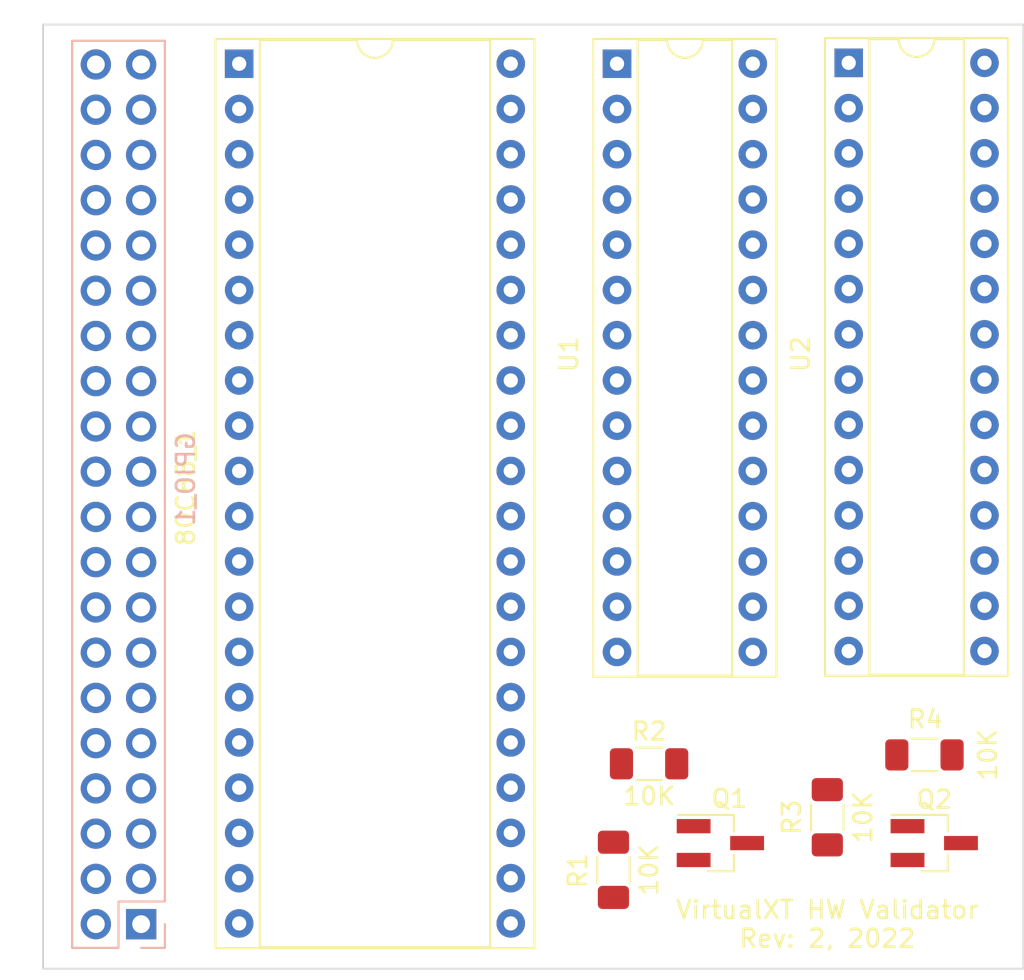
<source format=kicad_pcb>
(kicad_pcb (version 20211014) (generator pcbnew)
  (layers (0 "F.Cu" signal) (31 "B.Cu" signal) (34 "B.Paste" user) (35 "F.Paste" user) (36 "B.SilkS" user "B.Silkscreen") (37 "F.SilkS" user "F.Silkscreen") (38 "B.Mask" user) (39 "F.Mask" user) (44 "Edge.Cuts" user))
  (net 0 "")
  (net 1 "Net-(80C88_1-Pad1)")
  (net 2 "Net-(80C88_1-Pad2)")
  (net 3 "Net-(80C88_1-Pad3)")
  (net 4 "Net-(80C88_1-Pad4)")
  (net 5 "Net-(80C88_1-Pad5)")
  (net 6 "Net-(80C88_1-Pad6)")
  (net 7 "Net-(80C88_1-Pad7)")
  (net 8 "Net-(80C88_1-Pad8)")
  (net 9 "Net-(80C88_1-Pad9)")
  (net 10 "Net-(80C88_1-Pad10)")
  (net 11 "Net-(80C88_1-Pad11)")
  (net 12 "Net-(80C88_1-Pad12)")
  (net 13 "Net-(80C88_1-Pad13)")
  (net 14 "Net-(80C88_1-Pad14)")
  (net 15 "Net-(80C88_1-Pad15)")
  (net 16 "Net-(80C88_1-Pad16)")
  (net 17 "Net-(80C88_1-Pad19)")
  (net 18 "Net-(80C88_1-Pad21)")
  (net 19 "/lv_shift/HV")
  (net 20 "Net-(80C88_1-Pad23)")
  (net 22 "Net-(80C88_1-Pad25)")
  (net 25 "Net-(80C88_1-Pad28)")
  (net 26 "Net-(80C88_1-Pad29)")
  (net 28 "Net-(80C88_1-Pad32)")
  (net 29 "Net-(80C88_1-Pad34)")
  (net 30 "Net-(80C88_1-Pad35)")
  (net 31 "Net-(80C88_1-Pad36)")
  (net 32 "Net-(80C88_1-Pad37)")
  (net 33 "Net-(80C88_1-Pad38)")
  (net 34 "Net-(80C88_1-Pad39)")
  (net 35 "/lv_shift/LV")
  (net 53 "/lv_shift/LVD1")
  (net 54 "/lv_shift/LVD2")
  (net 64 "/lv_shift/HVD1")
  (net 65 "/lv_shift/HVD2")
  (footprint "Package_TO_SOT_SMD:SOT-23_Handsoldering" (layer "F.Cu") (at 143 119.95)
    (fp_text reference "Q1" (at 0.5 -2.5) (layer "F.SilkS"))
    (fp_text value "BSS138")
    (fp_line (start 0.76 -1.58) (end 0.76 -0.65) (layer "F.SilkS") (width 0.12))
    (fp_line (start 0.76 -1.58) (end -2.4 -1.58) (layer "F.SilkS") (width 0.12))
    (fp_line (start 0.76 1.58) (end 0.76 0.65) (layer "F.SilkS") (width 0.12))
    (fp_line (start 0.76 1.58) (end -0.7 1.58) (layer "F.SilkS") (width 0.12))
    (pad "1" smd rect (at -1.5 -0.95) (size 1.9 0.8) (layers "F.Cu" "F.Paste" "F.Mask") (net 35 "/lv_shift/LV"))
    (pad "2" smd rect (at -1.5 0.95) (size 1.9 0.8) (layers "F.Cu" "F.Paste" "F.Mask") (net 53 "/lv_shift/LVD1"))
    (pad "3" smd rect (at 1.5 0) (size 1.9 0.8) (layers "F.Cu" "F.Paste" "F.Mask") (net 64 "/lv_shift/HVD1"))
  )
  (footprint "Package_DIP:DIP-28_W7.62mm_Socket" (layer "F.Cu") (at 150.2 76.15)
    (fp_text reference "U2" (at -2.7 16.35 90) (layer "F.SilkS"))
    (fp_text value "MCP23017_SP")
    (fp_line (start 8.95 -1.39) (end -1.33 -1.39) (layer "F.SilkS") (width 0.12))
    (fp_line (start 8.95 34.41) (end 8.95 -1.39) (layer "F.SilkS") (width 0.12))
    (fp_line (start 6.46 34.35) (end 6.46 -1.33) (layer "F.SilkS") (width 0.12))
    (fp_line (start 2.81 -1.33) (end 1.16 -1.33) (layer "F.SilkS") (width 0.12))
    (fp_line (start -1.33 -1.39) (end -1.33 34.41) (layer "F.SilkS") (width 0.12))
    (fp_line (start 1.16 34.35) (end 6.46 34.35) (layer "F.SilkS") (width 0.12))
    (fp_line (start -1.33 34.41) (end 8.95 34.41) (layer "F.SilkS") (width 0.12))
    (fp_line (start 1.16 -1.33) (end 1.16 34.35) (layer "F.SilkS") (width 0.12))
    (fp_line (start 6.46 -1.33) (end 4.81 -1.33) (layer "F.SilkS") (width 0.12))
    (fp_arc (start 4.81 -1.33) (mid 3.81 -0.33) (end 2.81 -1.33) (layer "F.SilkS") (width 0.12))
    (pad "1" thru_hole rect (at 0 0) (size 1.6 1.6) (drill 0.8) (layers *.Cu *.Mask) (net 16 "Net-(80C88_1-Pad16)"))
    (pad "2" thru_hole oval (at 0 2.54) (size 1.6 1.6) (drill 0.8) (layers *.Cu *.Mask) (net 15 "Net-(80C88_1-Pad15)"))
    (pad "3" thru_hole oval (at 0 5.08) (size 1.6 1.6) (drill 0.8) (layers *.Cu *.Mask) (net 14 "Net-(80C88_1-Pad14)"))
    (pad "4" thru_hole oval (at 0 7.62) (size 1.6 1.6) (drill 0.8) (layers *.Cu *.Mask) (net 13 "Net-(80C88_1-Pad13)"))
    (pad "5" thru_hole oval (at 0 10.16) (size 1.6 1.6) (drill 0.8) (layers *.Cu *.Mask) (net 12 "Net-(80C88_1-Pad12)"))
    (pad "6" thru_hole oval (at 0 12.7) (size 1.6 1.6) (drill 0.8) (layers *.Cu *.Mask) (net 11 "Net-(80C88_1-Pad11)"))
    (pad "7" thru_hole oval (at 0 15.24) (size 1.6 1.6) (drill 0.8) (layers *.Cu *.Mask) (net 10 "Net-(80C88_1-Pad10)"))
    (pad "8" thru_hole oval (at 0 17.78) (size 1.6 1.6) (drill 0.8) (layers *.Cu *.Mask) (net 9 "Net-(80C88_1-Pad9)"))
    (pad "9" thru_hole oval (at 0 20.32) (size 1.6 1.6) (drill 0.8) (layers *.Cu *.Mask) (net 19 "/lv_shift/HV"))
    (pad "10" thru_hole oval (at 0 22.86) (size 1.6 1.6) (drill 0.8) (layers *.Cu *.Mask) (net 1 "Net-(80C88_1-Pad1)"))
    (pad "11" thru_hole oval (at 0 25.4) (size 1.6 1.6) (drill 0.8) (layers *.Cu *.Mask))
    (pad "12" thru_hole oval (at 0 27.94) (size 1.6 1.6) (drill 0.8) (layers *.Cu *.Mask) (net 65 "/lv_shift/HVD2"))
    (pad "13" thru_hole oval (at 0 30.48) (size 1.6 1.6) (drill 0.8) (layers *.Cu *.Mask) (net 64 "/lv_shift/HVD1"))
    (pad "14" thru_hole oval (at 0 33.02) (size 1.6 1.6) (drill 0.8) (layers *.Cu *.Mask))
    (pad "15" thru_hole oval (at 7.62 33.02) (size 1.6 1.6) (drill 0.8) (layers *.Cu *.Mask) (net 1 "Net-(80C88_1-Pad1)"))
    (pad "16" thru_hole oval (at 7.62 30.48) (size 1.6 1.6) (drill 0.8) (layers *.Cu *.Mask) (net 1 "Net-(80C88_1-Pad1)"))
    (pad "17" thru_hole oval (at 7.62 27.94) (size 1.6 1.6) (drill 0.8) (layers *.Cu *.Mask) (net 1 "Net-(80C88_1-Pad1)"))
    (pad "18" thru_hole oval (at 7.62 25.4) (size 1.6 1.6) (drill 0.8) (layers *.Cu *.Mask))
    (pad "19" thru_hole oval (at 7.62 22.86) (size 1.6 1.6) (drill 0.8) (layers *.Cu *.Mask))
    (pad "20" thru_hole oval (at 7.62 20.32) (size 1.6 1.6) (drill 0.8) (layers *.Cu *.Mask))
    (pad "21" thru_hole oval (at 7.62 17.78) (size 1.6 1.6) (drill 0.8) (layers *.Cu *.Mask) (net 8 "Net-(80C88_1-Pad8)"))
    (pad "22" thru_hole oval (at 7.62 15.24) (size 1.6 1.6) (drill 0.8) (layers *.Cu *.Mask) (net 7 "Net-(80C88_1-Pad7)"))
    (pad "23" thru_hole oval (at 7.62 12.7) (size 1.6 1.6) (drill 0.8) (layers *.Cu *.Mask) (net 6 "Net-(80C88_1-Pad6)"))
    (pad "24" thru_hole oval (at 7.62 10.16) (size 1.6 1.6) (drill 0.8) (layers *.Cu *.Mask) (net 5 "Net-(80C88_1-Pad5)"))
    (pad "25" thru_hole oval (at 7.62 7.62) (size 1.6 1.6) (drill 0.8) (layers *.Cu *.Mask) (net 4 "Net-(80C88_1-Pad4)"))
    (pad "26" thru_hole oval (at 7.62 5.08) (size 1.6 1.6) (drill 0.8) (layers *.Cu *.Mask) (net 3 "Net-(80C88_1-Pad3)"))
    (pad "27" thru_hole oval (at 7.62 2.54) (size 1.6 1.6) (drill 0.8) (layers *.Cu *.Mask) (net 2 "Net-(80C88_1-Pad2)"))
    (pad "28" thru_hole oval (at 7.62 0) (size 1.6 1.6) (drill 0.8) (layers *.Cu *.Mask) (net 34 "Net-(80C88_1-Pad39)"))
  )
  (footprint "Resistor_SMD:R_1206_3216Metric_Pad1.30x1.75mm_HandSolder" (layer "F.Cu") (at 139 115.5)
    (fp_text reference "R2" (at 0 -1.82) (layer "F.SilkS"))
    (fp_text value "10K" (at 0 1.82) (layer "F.SilkS"))
    (fp_line (start -0.727064 0.91) (end 0.727064 0.91) (layer "F.SilkS") (width 0.12))
    (fp_line (start -0.727064 -0.91) (end 0.727064 -0.91) (layer "F.SilkS") (width 0.12))
    (pad "1" smd roundrect (at -1.55 0) (size 1.3 1.75) (layers "F.Cu" "F.Paste" "F.Mask") (roundrect_rratio 0.192308) (net 19 "/lv_shift/HV"))
    (pad "2" smd roundrect (at 1.55 0) (size 1.3 1.75) (layers "F.Cu" "F.Paste" "F.Mask") (roundrect_rratio 0.192308) (net 64 "/lv_shift/HVD1"))
  )
  (footprint "Package_TO_SOT_SMD:SOT-23_Handsoldering" (layer "F.Cu") (at 155 119.95)
    (fp_text reference "Q2" (at 0 -2.45) (layer "F.SilkS"))
    (fp_text value "BSS138")
    (fp_line (start 0.76 -1.58) (end -2.4 -1.58) (layer "F.SilkS") (width 0.12))
    (fp_line (start 0.76 -1.58) (end 0.76 -0.65) (layer "F.SilkS") (width 0.12))
    (fp_line (start 0.76 1.58) (end 0.76 0.65) (layer "F.SilkS") (width 0.12))
    (fp_line (start 0.76 1.58) (end -0.7 1.58) (layer "F.SilkS") (width 0.12))
    (pad "1" smd rect (at -1.5 -0.95) (size 1.9 0.8) (layers "F.Cu" "F.Paste" "F.Mask") (net 35 "/lv_shift/LV"))
    (pad "2" smd rect (at -1.5 0.95) (size 1.9 0.8) (layers "F.Cu" "F.Paste" "F.Mask") (net 54 "/lv_shift/LVD2"))
    (pad "3" smd rect (at 1.5 0) (size 1.9 0.8) (layers "F.Cu" "F.Paste" "F.Mask") (net 65 "/lv_shift/HVD2"))
  )
  (footprint "Package_DIP:DIP-40_W15.24mm_Socket" (layer "F.Cu") (at 116 76.2)
    (fp_text reference "80C88_1" (at -3 23.8 90) (layer "F.SilkS"))
    (fp_text value "8088_Min_Mode")
    (fp_line (start 14.08 -1.33) (end 8.62 -1.33) (layer "F.SilkS") (width 0.12))
    (fp_line (start -1.33 49.65) (end 16.57 49.65) (layer "F.SilkS") (width 0.12))
    (fp_line (start -1.33 -1.39) (end -1.33 49.65) (layer "F.SilkS") (width 0.12))
    (fp_line (start 16.57 49.65) (end 16.57 -1.39) (layer "F.SilkS") (width 0.12))
    (fp_line (start 14.08 49.59) (end 14.08 -1.33) (layer "F.SilkS") (width 0.12))
    (fp_line (start 16.57 -1.39) (end -1.33 -1.39) (layer "F.SilkS") (width 0.12))
    (fp_line (start 6.62 -1.33) (end 1.16 -1.33) (layer "F.SilkS") (width 0.12))
    (fp_line (start 1.16 49.59) (end 14.08 49.59) (layer "F.SilkS") (width 0.12))
    (fp_line (start 1.16 -1.33) (end 1.16 49.59) (layer "F.SilkS") (width 0.12))
    (fp_arc (start 8.62 -1.33) (mid 7.62 -0.33) (end 6.62 -1.33) (layer "F.SilkS") (width 0.12))
    (pad "1" thru_hole rect (at 0 0) (size 1.6 1.6) (drill 0.8) (layers *.Cu *.Mask) (net 1 "Net-(80C88_1-Pad1)"))
    (pad "2" thru_hole oval (at 0 2.54) (size 1.6 1.6) (drill 0.8) (layers *.Cu *.Mask) (net 2 "Net-(80C88_1-Pad2)"))
    (pad "3" thru_hole oval (at 0 5.08) (size 1.6 1.6) (drill 0.8) (layers *.Cu *.Mask) (net 3 "Net-(80C88_1-Pad3)"))
    (pad "4" thru_hole oval (at 0 7.62) (size 1.6 1.6) (drill 0.8) (layers *.Cu *.Mask) (net 4 "Net-(80C88_1-Pad4)"))
    (pad "5" thru_hole oval (at 0 10.16) (size 1.6 1.6) (drill 0.8) (layers *.Cu *.Mask) (net 5 "Net-(80C88_1-Pad5)"))
    (pad "6" thru_hole oval (at 0 12.7) (size 1.6 1.6) (drill 0.8) (layers *.Cu *.Mask) (net 6 "Net-(80C88_1-Pad6)"))
    (pad "7" thru_hole oval (at 0 15.24) (size 1.6 1.6) (drill 0.8) (layers *.Cu *.Mask) (net 7 "Net-(80C88_1-Pad7)"))
    (pad "8" thru_hole oval (at 0 17.78) (size 1.6 1.6) (drill 0.8) (layers *.Cu *.Mask) (net 8 "Net-(80C88_1-Pad8)"))
    (pad "9" thru_hole oval (at 0 20.32) (size 1.6 1.6) (drill 0.8) (layers *.Cu *.Mask) (net 9 "Net-(80C88_1-Pad9)"))
    (pad "10" thru_hole oval (at 0 22.86) (size 1.6 1.6) (drill 0.8) (layers *.Cu *.Mask) (net 10 "Net-(80C88_1-Pad10)"))
    (pad "11" thru_hole oval (at 0 25.4) (size 1.6 1.6) (drill 0.8) (layers *.Cu *.Mask) (net 11 "Net-(80C88_1-Pad11)"))
    (pad "12" thru_hole oval (at 0 27.94) (size 1.6 1.6) (drill 0.8) (layers *.Cu *.Mask) (net 12 "Net-(80C88_1-Pad12)"))
    (pad "13" thru_hole oval (at 0 30.48) (size 1.6 1.6) (drill 0.8) (layers *.Cu *.Mask) (net 13 "Net-(80C88_1-Pad13)"))
    (pad "14" thru_hole oval (at 0 33.02) (size 1.6 1.6) (drill 0.8) (layers *.Cu *.Mask) (net 14 "Net-(80C88_1-Pad14)"))
    (pad "15" thru_hole oval (at 0 35.56) (size 1.6 1.6) (drill 0.8) (layers *.Cu *.Mask) (net 15 "Net-(80C88_1-Pad15)"))
    (pad "16" thru_hole oval (at 0 38.1) (size 1.6 1.6) (drill 0.8) (layers *.Cu *.Mask) (net 16 "Net-(80C88_1-Pad16)"))
    (pad "17" thru_hole oval (at 0 40.64) (size 1.6 1.6) (drill 0.8) (layers *.Cu *.Mask) (net 1 "Net-(80C88_1-Pad1)"))
    (pad "18" thru_hole oval (at 0 43.18) (size 1.6 1.6) (drill 0.8) (layers *.Cu *.Mask) (net 1 "Net-(80C88_1-Pad1)"))
    (pad "19" thru_hole oval (at 0 45.72) (size 1.6 1.6) (drill 0.8) (layers *.Cu *.Mask) (net 17 "Net-(80C88_1-Pad19)"))
    (pad "20" thru_hole oval (at 0 48.26) (size 1.6 1.6) (drill 0.8) (layers *.Cu *.Mask) (net 1 "Net-(80C88_1-Pad1)"))
    (pad "21" thru_hole oval (at 15.24 48.26) (size 1.6 1.6) (drill 0.8) (layers *.Cu *.Mask) (net 18 "Net-(80C88_1-Pad21)"))
    (pad "22" thru_hole oval (at 15.24 45.72) (size 1.6 1.6) (drill 0.8) (layers *.Cu *.Mask) (net 19 "/lv_shift/HV"))
    (pad "23" thru_hole oval (at 15.24 43.18) (size 1.6 1.6) (drill 0.8) (layers *.Cu *.Mask) (net 20 "Net-(80C88_1-Pad23)"))
    (pad "24" thru_hole oval (at 15.24 40.64) (size 1.6 1.6) (drill 0.8) (layers *.Cu *.Mask))
    (pad "25" thru_hole oval (at 15.24 38.1) (size 1.6 1.6) (drill 0.8) (layers *.Cu *.Mask) (net 22 "Net-(80C88_1-Pad25)"))
    (pad "26" thru_hole oval (at 15.24 35.56) (size 1.6 1.6) (drill 0.8) (layers *.Cu *.Mask))
    (pad "27" thru_hole oval (at 15.24 33.02) (size 1.6 1.6) (drill 0.8) (layers *.Cu *.Mask))
    (pad "28" thru_hole oval (at 15.24 30.48) (size 1.6 1.6) (drill 0.8) (layers *.Cu *.Mask) (net 25 "Net-(80C88_1-Pad28)"))
    (pad "29" thru_hole oval (at 15.24 27.94) (size 1.6 1.6) (drill 0.8) (layers *.Cu *.Mask) (net 26 "Net-(80C88_1-Pad29)"))
    (pad "30" thru_hole oval (at 15.24 25.4) (size 1.6 1.6) (drill 0.8) (layers *.Cu *.Mask))
    (pad "31" thru_hole oval (at 15.24 22.86) (size 1.6 1.6) (drill 0.8) (layers *.Cu *.Mask) (net 1 "Net-(80C88_1-Pad1)"))
    (pad "32" thru_hole oval (at 15.24 20.32) (size 1.6 1.6) (drill 0.8) (layers *.Cu *.Mask) (net 28 "Net-(80C88_1-Pad32)"))
    (pad "33" thru_hole oval (at 15.24 17.78) (size 1.6 1.6) (drill 0.8) (layers *.Cu *.Mask) (net 19 "/lv_shift/HV"))
    (pad "34" thru_hole oval (at 15.24 15.24) (size 1.6 1.6) (drill 0.8) (layers *.Cu *.Mask) (net 29 "Net-(80C88_1-Pad34)"))
    (pad "35" thru_hole oval (at 15.24 12.7) (size 1.6 1.6) (drill 0.8) (layers *.Cu *.Mask) (net 30 "Net-(80C88_1-Pad35)"))
    (pad "36" thru_hole oval (at 15.24 10.16) (size 1.6 1.6) (drill 0.8) (layers *.Cu *.Mask) (net 31 "Net-(80C88_1-Pad36)"))
    (pad "37" thru_hole oval (at 15.24 7.62) (size 1.6 1.6) (drill 0.8) (layers *.Cu *.Mask) (net 32 "Net-(80C88_1-Pad37)"))
    (pad "38" thru_hole oval (at 15.24 5.08) (size 1.6 1.6) (drill 0.8) (layers *.Cu *.Mask) (net 33 "Net-(80C88_1-Pad38)"))
    (pad "39" thru_hole oval (at 15.24 2.54) (size 1.6 1.6) (drill 0.8) (layers *.Cu *.Mask) (net 34 "Net-(80C88_1-Pad39)"))
    (pad "40" thru_hole oval (at 15.24 0) (size 1.6 1.6) (drill 0.8) (layers *.Cu *.Mask) (net 19 "/lv_shift/HV"))
  )
  (footprint "Resistor_SMD:R_1206_3216Metric_Pad1.30x1.75mm_HandSolder" (layer "F.Cu") (at 137 121.45 -90)
    (fp_text reference "R1" (at 0.05 2 -90) (layer "F.SilkS"))
    (fp_text value "10K" (at 0 -2 -90) (layer "F.SilkS"))
    (fp_line (start -0.727064 0.91) (end 0.727064 0.91) (layer "F.SilkS") (width 0.12))
    (fp_line (start -0.727064 -0.91) (end 0.727064 -0.91) (layer "F.SilkS") (width 0.12))
    (pad "1" smd roundrect (at -1.55 0 270) (size 1.3 1.75) (layers "F.Cu" "F.Paste" "F.Mask") (roundrect_rratio 0.192308) (net 35 "/lv_shift/LV"))
    (pad "2" smd roundrect (at 1.55 0 270) (size 1.3 1.75) (layers "F.Cu" "F.Paste" "F.Mask") (roundrect_rratio 0.192308) (net 53 "/lv_shift/LVD1"))
  )
  (footprint "Package_DIP:DIP-28_W7.62mm_Socket" (layer "F.Cu") (at 137.2 76.2)
    (fp_text reference "U1" (at -2.7 16.3 90) (layer "F.SilkS"))
    (fp_text value "MCP23017_SP")
    (fp_line (start 1.16 -1.33) (end 1.16 34.35) (layer "F.SilkS") (width 0.12))
    (fp_line (start 6.46 34.35) (end 6.46 -1.33) (layer "F.SilkS") (width 0.12))
    (fp_line (start 8.95 34.41) (end 8.95 -1.39) (layer "F.SilkS") (width 0.12))
    (fp_line (start -1.33 34.41) (end 8.95 34.41) (layer "F.SilkS") (width 0.12))
    (fp_line (start 2.81 -1.33) (end 1.16 -1.33) (layer "F.SilkS") (width 0.12))
    (fp_line (start -1.33 -1.39) (end -1.33 34.41) (layer "F.SilkS") (width 0.12))
    (fp_line (start 1.16 34.35) (end 6.46 34.35) (layer "F.SilkS") (width 0.12))
    (fp_line (start 8.95 -1.39) (end -1.33 -1.39) (layer "F.SilkS") (width 0.12))
    (fp_line (start 6.46 -1.33) (end 4.81 -1.33) (layer "F.SilkS") (width 0.12))
    (fp_arc (start 4.81 -1.33) (mid 3.81 -0.33) (end 2.81 -1.33) (layer "F.SilkS") (width 0.12))
    (pad "1" thru_hole rect (at 0 0) (size 1.6 1.6) (drill 0.8) (layers *.Cu *.Mask) (net 33 "Net-(80C88_1-Pad38)"))
    (pad "2" thru_hole oval (at 0 2.54) (size 1.6 1.6) (drill 0.8) (layers *.Cu *.Mask) (net 32 "Net-(80C88_1-Pad37)"))
    (pad "3" thru_hole oval (at 0 5.08) (size 1.6 1.6) (drill 0.8) (layers *.Cu *.Mask) (net 31 "Net-(80C88_1-Pad36)"))
    (pad "4" thru_hole oval (at 0 7.62) (size 1.6 1.6) (drill 0.8) (layers *.Cu *.Mask) (net 30 "Net-(80C88_1-Pad35)"))
    (pad "5" thru_hole oval (at 0 10.16) (size 1.6 1.6) (drill 0.8) (layers *.Cu *.Mask) (net 17 "Net-(80C88_1-Pad19)"))
    (pad "6" thru_hole oval (at 0 12.7) (size 1.6 1.6) (drill 0.8) (layers *.Cu *.Mask) (net 18 "Net-(80C88_1-Pad21)"))
    (pad "7" thru_hole oval (at 0 15.24) (size 1.6 1.6) (drill 0.8) (layers *.Cu *.Mask) (net 22 "Net-(80C88_1-Pad25)"))
    (pad "8" thru_hole oval (at 0 17.78) (size 1.6 1.6) (drill 0.8) (layers *.Cu *.Mask) (net 20 "Net-(80C88_1-Pad23)"))
    (pad "9" thru_hole oval (at 0 20.32) (size 1.6 1.6) (drill 0.8) (layers *.Cu *.Mask) (net 19 "/lv_shift/HV"))
    (pad "10" thru_hole oval (at 0 22.86) (size 1.6 1.6) (drill 0.8) (layers *.Cu *.Mask) (net 1 "Net-(80C88_1-Pad1)"))
    (pad "11" thru_hole oval (at 0 25.4) (size 1.6 1.6) (drill 0.8) (layers *.Cu *.Mask))
    (pad "12" thru_hole oval (at 0 27.94) (size 1.6 1.6) (drill 0.8) (layers *.Cu *.Mask) (net 65 "/lv_shift/HVD2"))
    (pad "13" thru_hole oval (at 0 30.48) (size 1.6 1.6) (drill 0.8) (layers *.Cu *.Mask) (net 64 "/lv_shift/HVD1"))
    (pad "14" thru_hole oval (at 0 33.02) (size 1.6 1.6) (drill 0.8) (layers *.Cu *.Mask))
    (pad "15" thru_hole oval (at 7.62 33.02) (size 1.6 1.6) (drill 0.8) (layers *.Cu *.Mask) (net 19 "/lv_shift/HV"))
    (pad "16" thru_hole oval (at 7.62 30.48) (size 1.6 1.6) (drill 0.8) (layers *.Cu *.Mask) (net 1 "Net-(80C88_1-Pad1)"))
    (pad "17" thru_hole oval (at 7.62 27.94) (size 1.6 1.6) (drill 0.8) (layers *.Cu *.Mask) (net 1 "Net-(80C88_1-Pad1)"))
    (pad "18" thru_hole oval (at 7.62 25.4) (size 1.6 1.6) (drill 0.8) (layers *.Cu *.Mask))
    (pad "19" thru_hole oval (at 7.62 22.86) (size 1.6 1.6) (drill 0.8) (layers *.Cu *.Mask))
    (pad "20" thru_hole oval (at 7.62 20.32) (size 1.6 1.6) (drill 0.8) (layers *.Cu *.Mask))
    (pad "21" thru_hole oval (at 7.62 17.78) (size 1.6 1.6) (drill 0.8) (layers *.Cu *.Mask) (net 29 "Net-(80C88_1-Pad34)"))
    (pad "22" thru_hole oval (at 7.62 15.24) (size 1.6 1.6) (drill 0.8) (layers *.Cu *.Mask) (net 25 "Net-(80C88_1-Pad28)"))
    (pad "23" thru_hole oval (at 7.62 12.7) (size 1.6 1.6) (drill 0.8) (layers *.Cu *.Mask) (net 26 "Net-(80C88_1-Pad29)"))
    (pad "24" thru_hole oval (at 7.62 10.16) (size 1.6 1.6) (drill 0.8) (layers *.Cu *.Mask) (net 28 "Net-(80C88_1-Pad32)"))
    (pad "25" thru_hole oval (at 7.62 7.62) (size 1.6 1.6) (drill 0.8) (layers *.Cu *.Mask))
    (pad "26" thru_hole oval (at 7.62 5.08) (size 1.6 1.6) (drill 0.8) (layers *.Cu *.Mask))
    (pad "27" thru_hole oval (at 7.62 2.54) (size 1.6 1.6) (drill 0.8) (layers *.Cu *.Mask))
    (pad "28" thru_hole oval (at 7.62 0) (size 1.6 1.6) (drill 0.8) (layers *.Cu *.Mask))
  )
  (footprint "Resistor_SMD:R_1206_3216Metric_Pad1.30x1.75mm_HandSolder" (layer "F.Cu") (at 149 118.5 -90)
    (fp_text reference "R3" (at 0 2 -90) (layer "F.SilkS"))
    (fp_text value "10K" (at 0 -2 -90) (layer "F.SilkS"))
    (fp_line (start -0.727064 0.91) (end 0.727064 0.91) (layer "F.SilkS") (width 0.12))
    (fp_line (start -0.727064 -0.91) (end 0.727064 -0.91) (layer "F.SilkS") (width 0.12))
    (pad "1" smd roundrect (at -1.55 0 270) (size 1.3 1.75) (layers "F.Cu" "F.Paste" "F.Mask") (roundrect_rratio 0.192308) (net 35 "/lv_shift/LV"))
    (pad "2" smd roundrect (at 1.55 0 270) (size 1.3 1.75) (layers "F.Cu" "F.Paste" "F.Mask") (roundrect_rratio 0.192308) (net 54 "/lv_shift/LVD2"))
  )
  (footprint "Resistor_SMD:R_1206_3216Metric_Pad1.30x1.75mm_HandSolder" (layer "F.Cu") (at 154.45 115)
    (fp_text reference "R4" (at 0.05 -2 180) (layer "F.SilkS"))
    (fp_text value "10K" (at 3.55 0 90) (layer "F.SilkS"))
    (fp_line (start -0.727064 0.91) (end 0.727064 0.91) (layer "F.SilkS") (width 0.12))
    (fp_line (start -0.727064 -0.91) (end 0.727064 -0.91) (layer "F.SilkS") (width 0.12))
    (pad "1" smd roundrect (at -1.55 0) (size 1.3 1.75) (layers "F.Cu" "F.Paste" "F.Mask") (roundrect_rratio 0.192308) (net 19 "/lv_shift/HV"))
    (pad "2" smd roundrect (at 1.55 0) (size 1.3 1.75) (layers "F.Cu" "F.Paste" "F.Mask") (roundrect_rratio 0.192308) (net 65 "/lv_shift/HVD2"))
  )
  (footprint "Connector_PinSocket_2.54mm:PinSocket_2x20_P2.54mm_Vertical" (layer "B.Cu") (at 110.5 124.5)
    (fp_text reference "GPIO_1" (at 2.5 -25 270) (layer "B.SilkS") (effects (justify mirror)))
    (fp_text value "Raspberry_Pi_2_3")
    (fp_line (start -3.87 -49.59) (end 1.33 -49.59) (layer "B.SilkS") (width 0.12))
    (fp_line (start 1.33 1.33) (end 1.33 0) (layer "B.SilkS") (width 0.12))
    (fp_line (start -1.27 1.33) (end -1.27 -1.27) (layer "B.SilkS") (width 0.12))
    (fp_line (start -1.27 -1.27) (end 1.33 -1.27) (layer "B.SilkS") (width 0.12))
    (fp_line (start 0 1.33) (end 1.33 1.33) (layer "B.SilkS") (width 0.12))
    (fp_line (start 1.33 -1.27) (end 1.33 -49.59) (layer "B.SilkS") (width 0.12))
    (fp_line (start -3.87 1.33) (end -1.27 1.33) (layer "B.SilkS") (width 0.12))
    (fp_line (start -3.87 1.33) (end -3.87 -49.59) (layer "B.SilkS") (width 0.12))
    (pad "1" thru_hole rect (at 0 0) (size 1.7 1.7) (drill 1) (layers *.Cu *.Mask) (net 35 "/lv_shift/LV"))
    (pad "2" thru_hole oval (at -2.54 0) (size 1.7 1.7) (drill 1) (layers *.Cu *.Mask) (net 19 "/lv_shift/HV"))
    (pad "3" thru_hole oval (at 0 -2.54) (size 1.7 1.7) (drill 1) (layers *.Cu *.Mask))
    (pad "4" thru_hole oval (at -2.54 -2.54) (size 1.7 1.7) (drill 1) (layers *.Cu *.Mask) (net 19 "/lv_shift/HV"))
    (pad "5" thru_hole oval (at 0 -5.08) (size 1.7 1.7) (drill 1) (layers *.Cu *.Mask))
    (pad "6" thru_hole oval (at -2.54 -5.08) (size 1.7 1.7) (drill 1) (layers *.Cu *.Mask) (net 1 "Net-(80C88_1-Pad1)"))
    (pad "7" thru_hole oval (at 0 -7.62) (size 1.7 1.7) (drill 1) (layers *.Cu *.Mask))
    (pad "8" thru_hole oval (at -2.54 -7.62) (size 1.7 1.7) (drill 1) (layers *.Cu *.Mask))
    (pad "9" thru_hole oval (at 0 -10.16) (size 1.7 1.7) (drill 1) (layers *.Cu *.Mask) (net 1 "Net-(80C88_1-Pad1)"))
    (pad "10" thru_hole oval (at -2.54 -10.16) (size 1.7 1.7) (drill 1) (layers *.Cu *.Mask))
    (pad "11" thru_hole oval (at 0 -12.7) (size 1.7 1.7) (drill 1) (layers *.Cu *.Mask))
    (pad "12" thru_hole oval (at -2.54 -12.7) (size 1.7 1.7) (drill 1) (layers *.Cu *.Mask))
    (pad "13" thru_hole oval (at 0 -15.24) (size 1.7 1.7) (drill 1) (layers *.Cu *.Mask))
    (pad "14" thru_hole oval (at -2.54 -15.24) (size 1.7 1.7) (drill 1) (layers *.Cu *.Mask) (net 1 "Net-(80C88_1-Pad1)"))
    (pad "15" thru_hole oval (at 0 -17.78) (size 1.7 1.7) (drill 1) (layers *.Cu *.Mask))
    (pad "16" thru_hole oval (at -2.54 -17.78) (size 1.7 1.7) (drill 1) (layers *.Cu *.Mask))
    (pad "17" thru_hole oval (at 0 -20.32) (size 1.7 1.7) (drill 1) (layers *.Cu *.Mask) (net 35 "/lv_shift/LV"))
    (pad "18" thru_hole oval (at -2.54 -20.32) (size 1.7 1.7) (drill 1) (layers *.Cu *.Mask))
    (pad "19" thru_hole oval (at 0 -22.86) (size 1.7 1.7) (drill 1) (layers *.Cu *.Mask))
    (pad "20" thru_hole oval (at -2.54 -22.86) (size 1.7 1.7) (drill 1) (layers *.Cu *.Mask) (net 1 "Net-(80C88_1-Pad1)"))
    (pad "21" thru_hole oval (at 0 -25.4) (size 1.7 1.7) (drill 1) (layers *.Cu *.Mask))
    (pad "22" thru_hole oval (at -2.54 -25.4) (size 1.7 1.7) (drill 1) (layers *.Cu *.Mask))
    (pad "23" thru_hole oval (at 0 -27.94) (size 1.7 1.7) (drill 1) (layers *.Cu *.Mask))
    (pad "24" thru_hole oval (at -2.54 -27.94) (size 1.7 1.7) (drill 1) (layers *.Cu *.Mask))
    (pad "25" thru_hole oval (at 0 -30.48) (size 1.7 1.7) (drill 1) (layers *.Cu *.Mask) (net 1 "Net-(80C88_1-Pad1)"))
    (pad "26" thru_hole oval (at -2.54 -30.48) (size 1.7 1.7) (drill 1) (layers *.Cu *.Mask))
    (pad "27" thru_hole oval (at 0 -33.02) (size 1.7 1.7) (drill 1) (layers *.Cu *.Mask) (net 53 "/lv_shift/LVD1"))
    (pad "28" thru_hole oval (at -2.54 -33.02) (size 1.7 1.7) (drill 1) (layers *.Cu *.Mask) (net 54 "/lv_shift/LVD2"))
    (pad "29" thru_hole oval (at 0 -35.56) (size 1.7 1.7) (drill 1) (layers *.Cu *.Mask))
    (pad "30" thru_hole oval (at -2.54 -35.56) (size 1.7 1.7) (drill 1) (layers *.Cu *.Mask) (net 1 "Net-(80C88_1-Pad1)"))
    (pad "31" thru_hole oval (at 0 -38.1) (size 1.7 1.7) (drill 1) (layers *.Cu *.Mask))
    (pad "32" thru_hole oval (at -2.54 -38.1) (size 1.7 1.7) (drill 1) (layers *.Cu *.Mask))
    (pad "33" thru_hole oval (at 0 -40.64) (size 1.7 1.7) (drill 1) (layers *.Cu *.Mask))
    (pad "34" thru_hole oval (at -2.54 -40.64) (size 1.7 1.7) (drill 1) (layers *.Cu *.Mask) (net 1 "Net-(80C88_1-Pad1)"))
    (pad "35" thru_hole oval (at 0 -43.18) (size 1.7 1.7) (drill 1) (layers *.Cu *.Mask))
    (pad "36" thru_hole oval (at -2.54 -43.18) (size 1.7 1.7) (drill 1) (layers *.Cu *.Mask))
    (pad "37" thru_hole oval (at 0 -45.72) (size 1.7 1.7) (drill 1) (layers *.Cu *.Mask))
    (pad "38" thru_hole oval (at -2.54 -45.72) (size 1.7 1.7) (drill 1) (layers *.Cu *.Mask))
    (pad "39" thru_hole oval (at 0 -48.26) (size 1.7 1.7) (drill 1) (layers *.Cu *.Mask) (net 1 "Net-(80C88_1-Pad1)"))
    (pad "40" thru_hole oval (at -2.54 -48.26) (size 1.7 1.7) (drill 1) (layers *.Cu *.Mask))
  )
  (gr_line (start 160 127) (end 160 74) (layer "Edge.Cuts") (width 0.1))
  (gr_line (start 160 74) (end 105 74) (layer "Edge.Cuts") (width 0.1))
  (gr_line (start 105 74) (end 105 127) (layer "Edge.Cuts") (width 0.1))
  (gr_line (start 105 127) (end 160 127) (layer "Edge.Cuts") (width 0.1))
  (gr_text "VirtualXT HW Validator\nRev: 2, 2022" (at 149 124.5) (layer "F.SilkS") (effects (font (size 1 1))))
)
</source>
